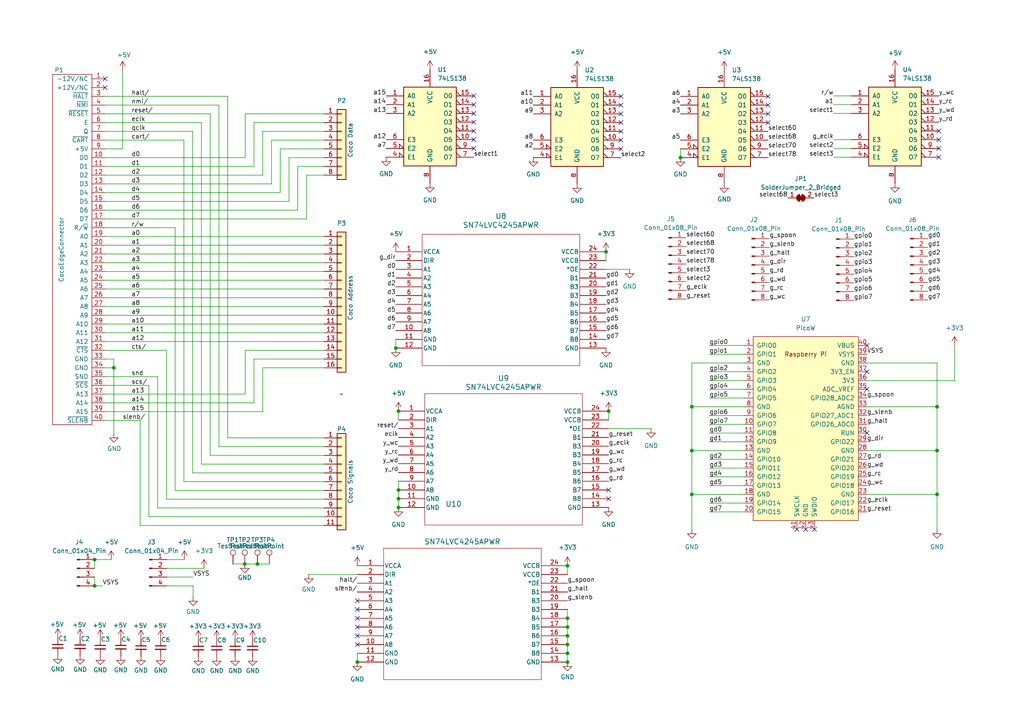
<source format=kicad_sch>
(kicad_sch (version 20230121) (generator eeschema)
  (paper "A4")
  (title_block (title "COPICO Bonobo") (date "2025-01-02") (rev "2.2") (company "github strickyak copico-bonobo") (comment 1 "Henry Strickland") (comment 2 "Thomas Shanks"))
  (lib_symbols
    (symbol "2024-12-31_21-13-00:SN74LVC4245APWR" (pin_names (offset 0.254))
      (property "Reference" "U" (at 30.48 10.16 0))
      (property "Value" "SN74LVC4245APWR" (at 30.48 7.62 0))
      (symbol "SN74LVC4245APWR_0_1"
        (pin power_in line (at 0 0 0) (length 7.62) (name "VCCA") (number "1"))
        (pin bidirectional line (at 0 -22.86 0) (length 7.62) (name "A8") (number "10"))
        (pin power_in line (at 0 -25.4 0) (length 7.62) (name "GND") (number "11"))
        (pin power_in line (at 0 -27.94 0) (length 7.62) (name "GND") (number "12"))
        (pin power_in line (at 60.96 -27.94 180) (length 7.62) (name "GND") (number "13"))
        (pin bidirectional line (at 60.96 -25.4 180) (length 7.62) (name "B8") (number "14"))
        (pin bidirectional line (at 60.96 -22.86 180) (length 7.62) (name "B7") (number "15"))
        (pin bidirectional line (at 60.96 -20.32 180) (length 7.62) (name "B6") (number "16"))
        (pin bidirectional line (at 60.96 -17.78 180) (length 7.62) (name "B5") (number "17"))
        (pin bidirectional line (at 60.96 -15.24 180) (length 7.62) (name "B4") (number "18"))
        (pin bidirectional line (at 60.96 -12.7 180) (length 7.62) (name "B3") (number "19"))
        (pin input line (at 0 -2.54 0) (length 7.62) (name "DIR") (number "2"))
        (pin bidirectional line (at 60.96 -10.16 180) (length 7.62) (name "B3") (number "20"))
        (pin bidirectional line (at 60.96 -7.62 180) (length 7.62) (name "B1") (number "21"))
        (pin input line (at 60.96 -5.08 180) (length 7.62) (name "*OE") (number "22"))
        (pin power_in line (at 60.96 -2.54 180) (length 7.62) (name "VCCB") (number "23"))
        (pin power_in line (at 60.96 0 180) (length 7.62) (name "VCCB") (number "24"))
        (pin bidirectional line (at 0 -5.08 0) (length 7.62) (name "A1") (number "3"))
        (pin bidirectional line (at 0 -7.62 0) (length 7.62) (name "A2") (number "4"))
        (pin bidirectional line (at 0 -10.16 0) (length 7.62) (name "A3") (number "5"))
        (pin bidirectional line (at 0 -12.7 0) (length 7.62) (name "A4") (number "6"))
        (pin bidirectional line (at 0 -15.24 0) (length 7.62) (name "A5") (number "7"))
        (pin bidirectional line (at 0 -17.78 0) (length 7.62) (name "A6") (number "8"))
        (pin bidirectional line (at 0 -20.32 0) (length 7.62) (name "A7") (number "9"))
      )
    )
    (symbol "74xx:74LS138" (pin_names (offset 1.016))
      (property "Reference" "U" (at -7.62 11.43 0))
      (property "Value" "74LS138" (at -7.62 -13.97 0))
      (symbol "74LS138_1_0"
        (pin input line (at -12.7 7.62 0) (length 5.08) (name "A0") (number "1"))
        (pin output output_low (at 12.7 -5.08 180) (length 5.08) (name "O5") (number "10"))
        (pin output output_low (at 12.7 -2.54 180) (length 5.08) (name "O4") (number "11"))
        (pin output output_low (at 12.7 0 180) (length 5.08) (name "O3") (number "12"))
        (pin output output_low (at 12.7 2.54 180) (length 5.08) (name "O2") (number "13"))
        (pin output output_low (at 12.7 5.08 180) (length 5.08) (name "O1") (number "14"))
        (pin output output_low (at 12.7 7.62 180) (length 5.08) (name "O0") (number "15"))
        (pin power_in line (at 0 15.24 270) (length 5.08) (name "VCC") (number "16"))
        (pin input line (at -12.7 5.08 0) (length 5.08) (name "A1") (number "2"))
        (pin input line (at -12.7 2.54 0) (length 5.08) (name "A2") (number "3"))
        (pin input input_low (at -12.7 -10.16 0) (length 5.08) (name "E1") (number "4"))
        (pin input input_low (at -12.7 -7.62 0) (length 5.08) (name "E2") (number "5"))
        (pin input line (at -12.7 -5.08 0) (length 5.08) (name "E3") (number "6"))
        (pin output output_low (at 12.7 -10.16 180) (length 5.08) (name "O7") (number "7"))
        (pin power_in line (at 0 -17.78 90) (length 5.08) (name "GND") (number "8"))
        (pin output output_low (at 12.7 -7.62 180) (length 5.08) (name "O6") (number "9"))
      )
    )
    (symbol "Connector:Conn_01x04_Pin" (pin_names (offset 1.016) hide)
      (property "Reference" "J" (at 0 5.08 0))
      (property "Value" "Conn_01x04_Pin" (at 0 -7.62 0))
      (symbol "Conn_01x04_Pin_1_1"
        (pin passive line (at 5.08 2.54 180) (length 3.81) (name "Pin_1") (number "1"))
        (pin passive line (at 5.08 0 180) (length 3.81) (name "Pin_2") (number "2"))
        (pin passive line (at 5.08 -2.54 180) (length 3.81) (name "Pin_3") (number "3"))
        (pin passive line (at 5.08 -5.08 180) (length 3.81) (name "Pin_4") (number "4"))
      )
    )
    (symbol "Connector:Conn_01x08_Pin" (pin_names (offset 1.016) hide)
      (property "Reference" "J" (at 0 10.16 0))
      (property "Value" "Conn_01x08_Pin" (at 0 -12.7 0))
      (symbol "Conn_01x08_Pin_1_1"
        (pin passive line (at 5.08 7.62 180) (length 3.81) (name "Pin_1") (number "1"))
        (pin passive line (at 5.08 5.08 180) (length 3.81) (name "Pin_2") (number "2"))
        (pin passive line (at 5.08 2.54 180) (length 3.81) (name "Pin_3") (number "3"))
        (pin passive line (at 5.08 0 180) (length 3.81) (name "Pin_4") (number "4"))
        (pin passive line (at 5.08 -2.54 180) (length 3.81) (name "Pin_5") (number "5"))
        (pin passive line (at 5.08 -5.08 180) (length 3.81) (name "Pin_6") (number "6"))
        (pin passive line (at 5.08 -7.62 180) (length 3.81) (name "Pin_7") (number "7"))
        (pin passive line (at 5.08 -10.16 180) (length 3.81) (name "Pin_8") (number "8"))
      )
    )
    (symbol "Connector:TestPoint" (pin_numbers hide) (pin_names (offset 0.762) hide)
      (property "Reference" "TP" (at 0 6.858 0))
      (property "Value" "TestPoint" (at 0 5.08 0))
      (symbol "TestPoint_1_1"
        (pin passive line (at 0 0 90) (length 2.54) (name "1") (number "1"))
      )
    )
    (symbol "Connector_Generic:Conn_01x08" (pin_names (offset 1.016) hide)
      (property "Reference" "J" (at 0 10.16 0))
      (property "Value" "Conn_01x08" (at 0 -12.7 0))
      (symbol "Conn_01x08_1_1"
        (pin passive line (at -5.08 7.62 0) (length 3.81) (name "Pin_1") (number "1"))
        (pin passive line (at -5.08 5.08 0) (length 3.81) (name "Pin_2") (number "2"))
        (pin passive line (at -5.08 2.54 0) (length 3.81) (name "Pin_3") (number "3"))
        (pin passive line (at -5.08 0 0) (length 3.81) (name "Pin_4") (number "4"))
        (pin passive line (at -5.08 -2.54 0) (length 3.81) (name "Pin_5") (number "5"))
        (pin passive line (at -5.08 -5.08 0) (length 3.81) (name "Pin_6") (number "6"))
        (pin passive line (at -5.08 -7.62 0) (length 3.81) (name "Pin_7") (number "7"))
        (pin passive line (at -5.08 -10.16 0) (length 3.81) (name "Pin_8") (number "8"))
      )
    )
    (symbol "Connector_Generic:Conn_01x11" (pin_names (offset 1.016) hide)
      (property "Reference" "J" (at 0 15.24 0))
      (property "Value" "Conn_01x11" (at 0 -15.24 0))
      (symbol "Conn_01x11_1_1"
        (pin passive line (at -5.08 12.7 0) (length 3.81) (name "Pin_1") (number "1"))
        (pin passive line (at -5.08 -10.16 0) (length 3.81) (name "Pin_10") (number "10"))
        (pin passive line (at -5.08 -12.7 0) (length 3.81) (name "Pin_11") (number "11"))
        (pin passive line (at -5.08 10.16 0) (length 3.81) (name "Pin_2") (number "2"))
        (pin passive line (at -5.08 7.62 0) (length 3.81) (name "Pin_3") (number "3"))
        (pin passive line (at -5.08 5.08 0) (length 3.81) (name "Pin_4") (number "4"))
        (pin passive line (at -5.08 2.54 0) (length 3.81) (name "Pin_5") (number "5"))
        (pin passive line (at -5.08 0 0) (length 3.81) (name "Pin_6") (number "6"))
        (pin passive line (at -5.08 -2.54 0) (length 3.81) (name "Pin_7") (number "7"))
        (pin passive line (at -5.08 -5.08 0) (length 3.81) (name "Pin_8") (number "8"))
        (pin passive line (at -5.08 -7.62 0) (length 3.81) (name "Pin_9") (number "9"))
      )
    )
    (symbol "Connector_Generic:Conn_01x16" (pin_names (offset 1.016) hide)
      (property "Reference" "J" (at 0 20.32 0))
      (property "Value" "Conn_01x16" (at 0 -22.86 0))
      (symbol "Conn_01x16_1_1"
        (pin passive line (at -5.08 17.78 0) (length 3.81) (name "Pin_1") (number "1"))
        (pin passive line (at -5.08 -5.08 0) (length 3.81) (name "Pin_10") (number "10"))
        (pin passive line (at -5.08 -7.62 0) (length 3.81) (name "Pin_11") (number "11"))
        (pin passive line (at -5.08 -10.16 0) (length 3.81) (name "Pin_12") (number "12"))
        (pin passive line (at -5.08 -12.7 0) (length 3.81) (name "Pin_13") (number "13"))
        (pin passive line (at -5.08 -15.24 0) (length 3.81) (name "Pin_14") (number "14"))
        (pin passive line (at -5.08 -17.78 0) (length 3.81) (name "Pin_15") (number "15"))
        (pin passive line (at -5.08 -20.32 0) (length 3.81) (name "Pin_16") (number "16"))
        (pin passive line (at -5.08 15.24 0) (length 3.81) (name "Pin_2") (number "2"))
        (pin passive line (at -5.08 12.7 0) (length 3.81) (name "Pin_3") (number "3"))
        (pin passive line (at -5.08 10.16 0) (length 3.81) (name "Pin_4") (number "4"))
        (pin passive line (at -5.08 7.62 0) (length 3.81) (name "Pin_5") (number "5"))
        (pin passive line (at -5.08 5.08 0) (length 3.81) (name "Pin_6") (number "6"))
        (pin passive line (at -5.08 2.54 0) (length 3.81) (name "Pin_7") (number "7"))
        (pin passive line (at -5.08 0 0) (length 3.81) (name "Pin_8") (number "8"))
        (pin passive line (at -5.08 -2.54 0) (length 3.81) (name "Pin_9") (number "9"))
      )
    )
    (symbol "Device:C_Small" (pin_numbers hide) (pin_names (offset 0.254) hide)
      (property "Reference" "C" (at 0.254 1.778 0))
      (property "Value" "C_Small" (at 0.254 -2.032 0))
      (symbol "C_Small_1_1"
        (pin passive line (at 0 2.54 270) (length 2.032) (name "~") (number "1"))
        (pin passive line (at 0 -2.54 90) (length 2.032) (name "~") (number "2"))
      )
    )
    (symbol "Jumper:SolderJumper_2_Bridged" (pin_names (offset 0) hide)
      (property "Reference" "JP" (at 0 2.032 0))
      (property "Value" "SolderJumper_2_Bridged" (at 0 -2.54 0))
      (symbol "SolderJumper_2_Bridged_1_1"
        (pin passive line (at -3.81 0 0) (length 2.54) (name "A") (number "1"))
        (pin passive line (at 3.81 0 180) (length 2.54) (name "B") (number "2"))
      )
    )
    (symbol "dippy:PicoW" (pin_names (offset 1.016))
      (property "Reference" "U" (at -13.97 27.94 0))
      (property "Value" "PicoW" (at 0 19.05 0))
      (symbol "PicoW_0_0"
        (text "Raspberry Pi" (at 0 21.59 0) (effects (font (size 1.27 1.27))))
      )
      (symbol "PicoW_1_1"
        (pin bidirectional line (at -17.78 24.13 0) (length 2.54) (name "GPIO0") (number "1"))
        (pin bidirectional line (at -17.78 1.27 0) (length 2.54) (name "GPIO7") (number "10"))
        (pin bidirectional line (at -17.78 -1.27 0) (length 2.54) (name "GPIO8") (number "11"))
        (pin bidirectional line (at -17.78 -3.81 0) (length 2.54) (name "GPIO9") (number "12"))
        (pin power_in line (at -17.78 -6.35 0) (length 2.54) (name "GND") (number "13"))
        (pin bidirectional line (at -17.78 -8.89 0) (length 2.54) (name "GPIO10") (number "14"))
        (pin bidirectional line (at -17.78 -11.43 0) (length 2.54) (name "GPIO11") (number "15"))
        (pin bidirectional line (at -17.78 -13.97 0) (length 2.54) (name "GPIO12") (number "16"))
        (pin bidirectional line (at -17.78 -16.51 0) (length 2.54) (name "GPIO13") (number "17"))
        (pin power_in line (at -17.78 -19.05 0) (length 2.54) (name "GND") (number "18"))
        (pin bidirectional line (at -17.78 -21.59 0) (length 2.54) (name "GPIO14") (number "19"))
        (pin bidirectional line (at -17.78 21.59 0) (length 2.54) (name "GPIO1") (number "2"))
        (pin bidirectional line (at -17.78 -24.13 0) (length 2.54) (name "GPIO15") (number "20"))
        (pin bidirectional line (at 17.78 -24.13 180) (length 2.54) (name "GPIO16") (number "21"))
        (pin bidirectional line (at 17.78 -21.59 180) (length 2.54) (name "GPIO17") (number "22"))
        (pin power_in line (at 17.78 -19.05 180) (length 2.54) (name "GND") (number "23"))
        (pin bidirectional line (at 17.78 -16.51 180) (length 2.54) (name "GPIO18") (number "24"))
        (pin bidirectional line (at 17.78 -13.97 180) (length 2.54) (name "GPIO19") (number "25"))
        (pin bidirectional line (at 17.78 -11.43 180) (length 2.54) (name "GPIO20") (number "26"))
        (pin bidirectional line (at 17.78 -8.89 180) (length 2.54) (name "GPIO21") (number "27"))
        (pin power_in line (at 17.78 -6.35 180) (length 2.54) (name "GND") (number "28"))
        (pin bidirectional line (at 17.78 -3.81 180) (length 2.54) (name "GPIO22") (number "29"))
        (pin power_in line (at -17.78 19.05 0) (length 2.54) (name "GND") (number "3"))
        (pin input line (at 17.78 -1.27 180) (length 2.54) (name "RUN") (number "30"))
        (pin bidirectional line (at 17.78 1.27 180) (length 2.54) (name "GPIO26_ADC0") (number "31"))
        (pin bidirectional line (at 17.78 3.81 180) (length 2.54) (name "GPIO27_ADC1") (number "32"))
        (pin power_in line (at 17.78 6.35 180) (length 2.54) (name "AGND") (number "33"))
        (pin bidirectional line (at 17.78 8.89 180) (length 2.54) (name "GPIO28_ADC2") (number "34"))
        (pin unspecified line (at 17.78 11.43 180) (length 2.54) (name "ADC_VREF") (number "35"))
        (pin unspecified line (at 17.78 13.97 180) (length 2.54) (name "3V3") (number "36"))
        (pin input line (at 17.78 16.51 180) (length 2.54) (name "3V3_EN") (number "37"))
        (pin bidirectional line (at 17.78 19.05 180) (length 2.54) (name "GND") (number "38"))
        (pin unspecified line (at 17.78 21.59 180) (length 2.54) (name "VSYS") (number "39"))
        (pin bidirectional line (at -17.78 16.51 0) (length 2.54) (name "GPIO2") (number "4"))
        (pin unspecified line (at 17.78 24.13 180) (length 2.54) (name "VBUS") (number "40"))
        (pin input line (at -2.54 -29.21 90) (length 2.54) (name "SWCLK") (number "41"))
        (pin power_in line (at 0 -29.21 90) (length 2.54) (name "GND") (number "42"))
        (pin bidirectional line (at 2.54 -29.21 90) (length 2.54) (name "SWDIO") (number "43"))
        (pin bidirectional line (at -17.78 13.97 0) (length 2.54) (name "GPIO3") (number "5"))
        (pin bidirectional line (at -17.78 11.43 0) (length 2.54) (name "GPIO4") (number "6"))
        (pin bidirectional line (at -17.78 8.89 0) (length 2.54) (name "GPIO5") (number "7"))
        (pin power_in line (at -17.78 6.35 0) (length 2.54) (name "GND") (number "8"))
        (pin bidirectional line (at -17.78 3.81 0) (length 2.54) (name "GPIO6") (number "9"))
      )
    )
    (symbol "power:+3V3" (power) (pin_names (offset 0))
      (property "Value" "+3V3" (at 0 3.556 0))
      (symbol "+3V3_1_1"
        (pin power_in line (at 0 0 90) (length 0) hide (name "+3V3") (number "1"))
      )
    )
    (symbol "power:+5V" (power) (pin_names (offset 0))
      (property "Value" "+5V" (at 0 3.556 0))
      (symbol "+5V_1_1"
        (pin power_in line (at 0 0 90) (length 0) hide (name "+5V") (number "1"))
      )
    )
    (symbol "power:GND" (power) (pin_names (offset 0))
      (property "Value" "GND" (at 0 -3.81 0))
      (symbol "GND_1_1"
        (pin power_in line (at 0 0 270) (length 0) hide (name "GND") (number "1"))
      )
    )
    (symbol "spoon2-rescue:COCO_EDGE_CONNECTOR-00_Custom" (pin_names (offset 1.016))
      (property "Reference" "P" (at -3.175 52.07 0))
      (property "Value" "00_Custom_COCO_EDGE_CONNECTOR" (at -2.54 0 90))
      (symbol "COCO_EDGE_CONNECTOR-00_Custom_1_1"
        (pin power_out line (at 10.16 49.53 180) (length 3.81) (name "-12V/NC") (number "1"))
        (pin passive line (at 10.16 26.67 180) (length 3.81) (name "D0") (number "10"))
        (pin passive line (at 10.16 24.13 180) (length 3.81) (name "D1") (number "11"))
        (pin passive line (at 10.16 21.59 180) (length 3.81) (name "D2") (number "12"))
        (pin passive line (at 10.16 19.05 180) (length 3.81) (name "D3") (number "13"))
        (pin passive line (at 10.16 16.51 180) (length 3.81) (name "D4") (number "14"))
        (pin passive line (at 10.16 13.97 180) (length 3.81) (name "D5") (number "15"))
        (pin passive line (at 10.16 11.43 180) (length 3.81) (name "D6") (number "16"))
        (pin passive line (at 10.16 8.89 180) (length 3.81) (name "D7") (number "17"))
        (pin passive line (at 10.16 6.35 180) (length 3.81) (name "R/~{W}") (number "18"))
        (pin passive line (at 10.16 3.81 180) (length 3.81) (name "A0") (number "19"))
        (pin power_out line (at 10.16 46.99 180) (length 3.81) (name "+12V/NC") (number "2"))
        (pin passive line (at 10.16 1.27 180) (length 3.81) (name "A1") (number "20"))
        (pin passive line (at 10.16 -1.27 180) (length 3.81) (name "A2") (number "21"))
        (pin passive line (at 10.16 -3.81 180) (length 3.81) (name "A3") (number "22"))
        (pin passive line (at 10.16 -6.35 180) (length 3.81) (name "A4") (number "23"))
        (pin passive line (at 10.16 -8.89 180) (length 3.81) (name "A5") (number "24"))
        (pin passive line (at 10.16 -11.43 180) (length 3.81) (name "A6") (number "25"))
        (pin passive line (at 10.16 -13.97 180) (length 3.81) (name "A7") (number "26"))
        (pin passive line (at 10.16 -16.51 180) (length 3.81) (name "A8") (number "27"))
        (pin passive line (at 10.16 -19.05 180) (length 3.81) (name "A9") (number "28"))
        (pin passive line (at 10.16 -21.59 180) (length 3.81) (name "A10") (number "29"))
        (pin passive line (at 10.16 44.45 180) (length 3.81) (name "~{HALT}") (number "3"))
        (pin passive line (at 10.16 -24.13 180) (length 3.81) (name "A11") (number "30"))
        (pin passive line (at 10.16 -26.67 180) (length 3.81) (name "A12") (number "31"))
        (pin passive line (at 10.16 -29.21 180) (length 3.81) (name "~{CTS}") (number "32"))
        (pin power_out line (at 10.16 -31.75 180) (length 3.81) (name "GND") (number "33"))
        (pin power_in line (at 10.16 -34.29 180) (length 3.81) (name "GND") (number "34"))
        (pin passive line (at 10.16 -36.83 180) (length 3.81) (name "SND") (number "35"))
        (pin passive line (at 10.16 -39.37 180) (length 3.81) (name "~{SCS}") (number "36"))
        (pin passive line (at 10.16 -41.91 180) (length 3.81) (name "A13") (number "37"))
        (pin passive line (at 10.16 -44.45 180) (length 3.81) (name "A14") (number "38"))
        (pin passive line (at 10.16 -46.99 180) (length 3.81) (name "A15") (number "39"))
        (pin passive line (at 10.16 41.91 180) (length 3.81) (name "~{NMI}") (number "4"))
        (pin passive line (at 10.16 -49.53 180) (length 3.81) (name "~{SLENB}") (number "40"))
        (pin passive line (at 10.16 39.37 180) (length 3.81) (name "~{RESET}") (number "5"))
        (pin passive line (at 10.16 36.83 180) (length 3.81) (name "E") (number "6"))
        (pin passive line (at 10.16 34.29 180) (length 3.81) (name "Q") (number "7"))
        (pin passive line (at 10.16 31.75 180) (length 3.81) (name "~{CART}") (number "8"))
        (pin power_out line (at 10.16 29.21 180) (length 3.81) (name "+5V") (number "9"))
      )
    )
  )
  (junction (at 70.993 163.576))
  (junction (at 115.57 119.253))
  (junction (at 200.66 143.383))
  (junction (at 103.632 192.024))
  (junction (at 164.592 192.024))
  (junction (at 164.592 184.404))
  (junction (at 271.78 117.983))
  (junction (at 164.592 189.484))
  (junction (at 197.358 45.72))
  (junction (at 164.592 164.084))
  (junction (at 115.57 144.653))
  (junction (at 164.592 186.944))
  (junction (at 27.432 169.926))
  (junction (at 114.808 100.965))
  (junction (at 164.592 179.324))
  (junction (at 176.53 119.253))
  (junction (at 74.676 163.576))
  (junction (at 200.66 130.683))
  (junction (at 33.02 106.68))
  (junction (at 200.66 117.983))
  (junction (at 164.592 181.864))
  (junction (at 27.432 162.306))
  (junction (at 175.768 73.025))
  (junction (at 115.57 142.113))
  (junction (at 271.78 130.683))
  (junction (at 271.78 143.383))
  (junction (at 115.57 147.193))
  (no_connect (at 231.14 153.543))
  (no_connect (at 103.632 176.784))
  (no_connect (at 137.414 43.053))
  (no_connect (at 137.414 37.973))
  (no_connect (at 137.414 40.513))
  (no_connect (at 180.086 43.18))
  (no_connect (at 176.53 142.113))
  (no_connect (at 176.53 144.653))
  (no_connect (at 103.632 184.404))
  (no_connect (at 251.46 125.603))
  (no_connect (at 103.632 181.864))
  (no_connect (at 180.086 33.02))
  (no_connect (at 222.758 27.94))
  (no_connect (at 222.758 33.02))
  (no_connect (at 180.086 38.1))
  (no_connect (at 180.086 35.56))
  (no_connect (at 137.414 30.353))
  (no_connect (at 272.288 45.593))
  (no_connect (at 236.22 153.543))
  (no_connect (at 103.632 174.244))
  (no_connect (at 272.288 40.513))
  (no_connect (at 251.46 100.203))
  (no_connect (at 272.288 37.973))
  (no_connect (at 30.48 22.86))
  (no_connect (at 180.086 27.94))
  (no_connect (at 30.48 25.4))
  (no_connect (at 103.632 186.944))
  (no_connect (at 222.758 35.56))
  (no_connect (at 137.414 35.433))
  (no_connect (at 103.632 179.324))
  (no_connect (at 137.414 32.893))
  (no_connect (at 272.288 43.053))
  (no_connect (at 222.758 30.48))
  (no_connect (at 180.086 40.64))
  (no_connect (at 180.086 30.48))
  (no_connect (at 137.414 27.813))
  (no_connect (at 251.46 107.823))
  (no_connect (at 233.68 153.543))
  (no_connect (at 251.46 112.903))
  (wire (pts (xy 71.12 114.3) (xy 71.12 101.6)))
  (wire (pts (xy 241.808 27.813) (xy 246.888 27.813)))
  (wire (pts (xy 30.48 45.72) (xy 71.12 45.72)))
  (wire (pts (xy 175.768 73.025) (xy 175.768 75.565)))
  (wire (pts (xy 164.592 164.084) (xy 164.592 166.624)))
  (wire (pts (xy 205.74 110.363) (xy 215.9 110.363)))
  (wire (pts (xy 164.592 186.944) (xy 164.592 189.484)))
  (wire (pts (xy 33.02 106.68) (xy 30.48 106.68)))
  (wire (pts (xy 251.46 143.383) (xy 271.78 143.383)))
  (wire (pts (xy 30.48 104.14) (xy 33.02 104.14)))
  (wire (pts (xy 27.432 169.926) (xy 29.718 169.926)))
  (wire (pts (xy 30.48 53.34) (xy 78.74 53.34)))
  (wire (pts (xy 70.993 163.576) (xy 74.676 163.576)))
  (wire (pts (xy 58.42 134.62) (xy 58.42 35.56)))
  (wire (pts (xy 205.74 100.203) (xy 215.9 100.203)))
  (wire (pts (xy 251.46 110.363) (xy 276.86 110.363)))
  (wire (pts (xy 251.46 130.683) (xy 271.78 130.683)))
  (wire (pts (xy 200.66 117.983) (xy 200.66 130.683)))
  (wire (pts (xy 48.26 144.78) (xy 48.26 101.6)))
  (wire (pts (xy 205.74 133.223) (xy 215.9 133.223)))
  (wire (pts (xy 205.74 145.923) (xy 215.9 145.923)))
  (wire (pts (xy 115.57 142.113) (xy 115.57 144.653)))
  (wire (pts (xy 93.98 88.9) (xy 30.48 88.9)))
  (wire (pts (xy 33.02 106.68) (xy 33.02 125.73)))
  (wire (pts (xy 176.53 124.333) (xy 188.849 124.333)))
  (wire (pts (xy 60.96 33.02) (xy 60.96 132.08)))
  (wire (pts (xy 30.48 43.18) (xy 35.56 43.18)))
  (wire (pts (xy 241.808 32.893) (xy 246.888 32.893)))
  (wire (pts (xy 205.74 138.303) (xy 215.9 138.303)))
  (wire (pts (xy 81.28 55.88) (xy 81.28 43.18)))
  (wire (pts (xy 88.9 50.8) (xy 93.98 50.8)))
  (wire (pts (xy 40.64 152.4) (xy 93.98 152.4)))
  (wire (pts (xy 76.2 38.1) (xy 93.98 38.1)))
  (wire (pts (xy 74.676 163.576) (xy 78.105 163.576)))
  (wire (pts (xy 271.78 130.683) (xy 271.78 143.383)))
  (wire (pts (xy 60.96 132.08) (xy 93.98 132.08)))
  (wire (pts (xy 30.48 93.98) (xy 93.98 93.98)))
  (wire (pts (xy 175.768 78.105) (xy 182.626 78.105)))
  (wire (pts (xy 55.88 38.1) (xy 55.88 137.16)))
  (wire (pts (xy 63.5 30.48) (xy 63.5 129.54)))
  (wire (pts (xy 164.592 181.864) (xy 164.592 184.404)))
  (wire (pts (xy 115.57 139.573) (xy 115.57 142.113)))
  (wire (pts (xy 43.18 111.76) (xy 30.48 111.76)))
  (wire (pts (xy 48.26 101.6) (xy 30.48 101.6)))
  (wire (pts (xy 81.28 43.18) (xy 93.98 43.18)))
  (wire (pts (xy 200.66 130.683) (xy 215.9 130.683)))
  (wire (pts (xy 164.592 184.404) (xy 164.592 186.944)))
  (wire (pts (xy 176.53 119.253) (xy 176.53 121.793)))
  (wire (pts (xy 200.66 143.383) (xy 215.9 143.383)))
  (wire (pts (xy 86.36 48.26) (xy 93.98 48.26)))
  (wire (pts (xy 53.34 139.7) (xy 53.34 40.64)))
  (wire (pts (xy 115.57 144.653) (xy 115.57 147.193)))
  (wire (pts (xy 30.48 91.44) (xy 93.98 91.44)))
  (wire (pts (xy 30.48 81.28) (xy 93.98 81.28)))
  (wire (pts (xy 205.74 135.763) (xy 215.9 135.763)))
  (wire (pts (xy 164.592 179.324) (xy 164.592 181.864)))
  (wire (pts (xy 53.34 40.64) (xy 30.48 40.64)))
  (wire (pts (xy 30.48 48.26) (xy 73.66 48.26)))
  (wire (pts (xy 103.632 189.484) (xy 103.632 192.024)))
  (wire (pts (xy 73.66 35.56) (xy 93.98 35.56)))
  (wire (pts (xy 48.387 169.926) (xy 56.007 169.926)))
  (wire (pts (xy 205.74 125.603) (xy 215.9 125.603)))
  (wire (pts (xy 30.48 63.5) (xy 88.9 63.5)))
  (wire (pts (xy 205.74 107.823) (xy 215.9 107.823)))
  (wire (pts (xy 58.42 35.56) (xy 30.48 35.56)))
  (wire (pts (xy 78.74 40.64) (xy 93.98 40.64)))
  (wire (pts (xy 205.74 120.523) (xy 215.9 120.523)))
  (wire (pts (xy 114.808 98.425) (xy 114.808 100.965)))
  (wire (pts (xy 205.74 112.903) (xy 215.9 112.903)))
  (wire (pts (xy 45.72 147.32) (xy 93.98 147.32)))
  (wire (pts (xy 66.04 27.94) (xy 66.04 127)))
  (wire (pts (xy 71.12 45.72) (xy 71.12 33.02)))
  (wire (pts (xy 71.12 101.6) (xy 93.98 101.6)))
  (wire (pts (xy 30.48 33.02) (xy 60.96 33.02)))
  (wire (pts (xy 56.007 169.926) (xy 56.007 173.101)))
  (wire (pts (xy 93.98 76.2) (xy 30.48 76.2)))
  (wire (pts (xy 50.8 66.04) (xy 50.8 142.24)))
  (wire (pts (xy 30.48 55.88) (xy 81.28 55.88)))
  (wire (pts (xy 93.98 78.74) (xy 30.48 78.74)))
  (wire (pts (xy 200.66 117.983) (xy 215.9 117.983)))
  (wire (pts (xy 30.48 114.3) (xy 71.12 114.3)))
  (wire (pts (xy 55.88 137.16) (xy 93.98 137.16)))
  (wire (pts (xy 93.98 134.62) (xy 58.42 134.62)))
  (wire (pts (xy 30.48 30.48) (xy 63.5 30.48)))
  (wire (pts (xy 27.432 167.386) (xy 27.432 169.926)))
  (wire (pts (xy 271.78 117.983) (xy 271.78 130.683)))
  (wire (pts (xy 30.48 27.94) (xy 66.04 27.94)))
  (wire (pts (xy 45.72 109.22) (xy 45.72 147.32)))
  (wire (pts (xy 30.48 86.36) (xy 93.98 86.36)))
  (wire (pts (xy 276.86 100.203) (xy 276.86 110.363)))
  (wire (pts (xy 30.48 121.92) (xy 40.64 121.92)))
  (wire (pts (xy 251.46 105.283) (xy 271.78 105.283)))
  (wire (pts (xy 73.66 104.14) (xy 73.66 116.84)))
  (wire (pts (xy 63.5 129.54) (xy 93.98 129.54)))
  (wire (pts (xy 205.74 123.063) (xy 215.9 123.063)))
  (wire (pts (xy 27.432 162.306) (xy 32.258 162.306)))
  (wire (pts (xy 164.592 189.484) (xy 164.592 192.024)))
  (wire (pts (xy 93.98 96.52) (xy 30.48 96.52)))
  (wire (pts (xy 83.82 45.72) (xy 93.98 45.72)))
  (wire (pts (xy 30.48 66.04) (xy 50.8 66.04)))
  (wire (pts (xy 73.66 104.14) (xy 93.98 104.14)))
  (wire (pts (xy 27.432 162.306) (xy 27.432 164.846)))
  (wire (pts (xy 30.48 99.06) (xy 93.98 99.06)))
  (wire (pts (xy 88.9 63.5) (xy 88.9 50.8)))
  (wire (pts (xy 50.8 142.24) (xy 93.98 142.24)))
  (wire (pts (xy 205.74 102.743) (xy 215.9 102.743)))
  (wire (pts (xy 30.48 73.66) (xy 93.98 73.66)))
  (wire (pts (xy 271.78 105.283) (xy 271.78 117.983)))
  (wire (pts (xy 78.74 53.34) (xy 78.74 40.64)))
  (wire (pts (xy 71.12 33.02) (xy 93.98 33.02)))
  (wire (pts (xy 76.2 50.8) (xy 76.2 38.1)))
  (wire (pts (xy 205.74 148.463) (xy 215.9 148.463)))
  (wire (pts (xy 48.387 167.386) (xy 56.007 167.386)))
  (wire (pts (xy 76.2 106.68) (xy 76.2 119.38)))
  (wire (pts (xy 30.48 38.1) (xy 55.88 38.1)))
  (wire (pts (xy 241.808 45.593) (xy 246.888 45.593)))
  (wire (pts (xy 93.98 144.78) (xy 48.26 144.78)))
  (wire (pts (xy 89.535 166.624) (xy 103.632 166.624)))
  (wire (pts (xy 30.48 58.42) (xy 83.82 58.42)))
  (wire (pts (xy 86.36 60.96) (xy 86.36 48.26)))
  (wire (pts (xy 35.56 43.18) (xy 35.56 20.32)))
  (wire (pts (xy 205.74 115.443) (xy 215.9 115.443)))
  (wire (pts (xy 83.82 58.42) (xy 83.82 45.72)))
  (wire (pts (xy 30.48 50.8) (xy 76.2 50.8)))
  (wire (pts (xy 93.98 83.82) (xy 30.48 83.82)))
  (wire (pts (xy 200.66 105.283) (xy 200.66 117.983)))
  (wire (pts (xy 30.48 109.22) (xy 45.72 109.22)))
  (wire (pts (xy 271.78 143.383) (xy 271.78 153.543)))
  (wire (pts (xy 66.04 127) (xy 93.98 127)))
  (wire (pts (xy 241.808 40.513) (xy 246.888 40.513)))
  (wire (pts (xy 241.808 43.053) (xy 246.888 43.053)))
  (wire (pts (xy 67.564 163.576) (xy 70.993 163.576)))
  (wire (pts (xy 197.358 43.18) (xy 197.358 45.72)))
  (wire (pts (xy 200.66 130.683) (xy 200.66 143.383)))
  (wire (pts (xy 205.74 128.143) (xy 215.9 128.143)))
  (wire (pts (xy 115.57 119.253) (xy 115.57 121.793)))
  (wire (pts (xy 43.18 149.86) (xy 43.18 111.76)))
  (wire (pts (xy 30.48 60.96) (xy 86.36 60.96)))
  (wire (pts (xy 40.64 121.92) (xy 40.64 152.4)))
  (wire (pts (xy 30.48 71.12) (xy 93.98 71.12)))
  (wire (pts (xy 33.02 104.14) (xy 33.02 106.68)))
  (wire (pts (xy 48.387 164.846) (xy 59.182 164.846)))
  (wire (pts (xy 93.98 106.68) (xy 76.2 106.68)))
  (wire (pts (xy 241.808 30.353) (xy 246.888 30.353)))
  (wire (pts (xy 200.66 105.283) (xy 215.9 105.283)))
  (wire (pts (xy 73.66 48.26) (xy 73.66 35.56)))
  (wire (pts (xy 48.387 162.306) (xy 53.467 162.306)))
  (wire (pts (xy 164.592 176.784) (xy 164.592 179.324)))
  (wire (pts (xy 93.98 68.58) (xy 30.48 68.58)))
  (wire (pts (xy 76.2 119.38) (xy 30.48 119.38)))
  (wire (pts (xy 73.66 116.84) (xy 30.48 116.84)))
  (wire (pts (xy 205.74 140.843) (xy 215.9 140.843)))
  (wire (pts (xy 93.98 139.7) (xy 53.34 139.7)))
  (wire (pts (xy 251.46 117.983) (xy 271.78 117.983)))
  (wire (pts (xy 200.66 143.383) (xy 200.66 153.543)))
  (wire (pts (xy 93.98 149.86) (xy 43.18 149.86)))
  (label "gd7" (at 205.74 148.463 0))
  (label "g_wd" (at 223.139 81.915 0))
  (label "d5" (at 114.808 90.805 180))
  (label "a11" (at 38.1 96.52 0))
  (label "gd5" (at 175.768 93.345 0))
  (label "select60" (at 222.758 38.1 0))
  (label "g_rd" (at 176.53 139.573 0))
  (label "select2" (at 180.086 45.72 0))
  (label "gd1" (at 205.74 128.143 0))
  (label "g_rc" (at 176.53 134.493 0))
  (label "a10" (at 38.1 93.98 0))
  (label "d1" (at 114.808 80.645 180))
  (label "g_eclk" (at 176.53 129.413 0))
  (label "a13" (at 38.1 114.3 0))
  (label "select3" (at 241.808 45.593 180))
  (label "a7" (at 38.1 86.36 0))
  (label "a8" (at 38.1 88.9 0))
  (label "g_wd" (at 251.46 135.763 0))
  (label "g_spoon" (at 164.592 169.164 0))
  (label "select70" (at 199.009 74.041 0))
  (label "gd3" (at 269.113 76.835 0))
  (label "reset{slash}" (at 115.57 124.333 180))
  (label "g_slenb" (at 164.592 174.244 0))
  (label "d7" (at 38.1 63.5 0))
  (label "snd" (at 38.1 109.22 0))
  (label "reset{slash}" (at 38.1 33.02 0))
  (label "gd3" (at 175.768 88.265 0))
  (label "g_wc" (at 176.53 131.953 0))
  (label "VSYS" (at 251.46 102.743 0))
  (label "gpio4" (at 205.74 112.903 0))
  (label "eclk" (at 115.57 126.873 180))
  (label "gd0" (at 175.768 80.645 0))
  (label "d5" (at 38.1 58.42 0))
  (label "a4" (at 38.1 78.74 0))
  (label "cart{slash}" (at 38.1 40.64 0))
  (label "gd6" (at 269.113 84.455 0))
  (label "a2" (at 38.1 73.66 0))
  (label "a6" (at 197.358 27.94 180))
  (label "d7" (at 114.808 95.885 180))
  (label "y_wc" (at 272.288 27.813 0))
  (label "select68" (at 228.473 57.404 180))
  (label "halt{slash}" (at 38.1 27.94 0))
  (label "g_dir" (at 251.46 128.143 0))
  (label "gpio6" (at 205.74 120.523 0))
  (label "a1" (at 241.808 30.353 180))
  (label "y_rc" (at 115.57 131.953 180))
  (label "select68" (at 222.758 40.64 0))
  (label "select78" (at 199.009 76.581 0))
  (label "gpio2" (at 247.65 74.422 0))
  (label "g_reset" (at 176.53 126.873 0))
  (label "a15" (at 112.014 27.813 180))
  (label "a5" (at 38.1 81.28 0))
  (label "d6" (at 38.1 60.96 0))
  (label "gd2" (at 205.74 133.223 0))
  (label "g_spoon" (at 251.46 115.443 0))
  (label "g_eclk" (at 199.009 84.201 0))
  (label "a10" (at 154.686 30.48 180))
  (label "r{slash}w" (at 38.1 66.04 0))
  (label "gpio7" (at 247.65 87.122 0))
  (label "a14" (at 38.1 116.84 0))
  (label "gd6" (at 175.768 95.885 0))
  (label "select1" (at 137.414 45.593 0))
  (label "a2" (at 154.686 43.18 180))
  (label "d2" (at 38.1 50.8 0))
  (label "select2" (at 199.009 81.661 0))
  (label "halt{slash}" (at 103.632 169.164 180))
  (label "cts{slash}" (at 38.1 101.6 0))
  (label "g_rc" (at 223.139 84.455 0))
  (label "d2" (at 114.808 83.185 180))
  (label "gpio1" (at 205.74 102.743 0))
  (label "a15" (at 38.1 119.38 0))
  (label "g_rd" (at 251.46 133.223 0))
  (label "y_wd" (at 272.288 32.893 0))
  (label "g_wd" (at 176.53 137.033 0))
  (label "d3" (at 38.1 53.34 0))
  (label "g_halt" (at 251.46 123.063 0))
  (label "a3" (at 197.358 33.02 180))
  (label "select1" (at 241.808 32.893 180))
  (label "select3" (at 236.093 57.404 0))
  (label "select68" (at 199.009 71.501 0))
  (label "gd7" (at 269.113 86.995 0))
  (label "select78" (at 222.758 45.72 0))
  (label "VSYS" (at 29.718 169.926 0))
  (label "a13" (at 112.014 32.893 180))
  (label "g_eclk" (at 241.808 40.513 180))
  (label "d4" (at 114.808 88.265 180))
  (label "scs{slash}" (at 38.1 111.76 0))
  (label "a0" (at 38.1 68.58 0))
  (label "g_halt" (at 164.592 171.704 0))
  (label "gpio5" (at 247.65 82.042 0))
  (label "gd6" (at 205.74 145.923 0))
  (label "gpio1" (at 247.65 71.882 0))
  (label "a6" (at 38.1 83.82 0))
  (label "gd4" (at 269.113 79.375 0))
  (label "y_rd" (at 115.57 137.033 180))
  (label "g_halt" (at 223.139 74.295 0))
  (label "g_wc" (at 223.139 86.995 0))
  (label "a1" (at 38.1 71.12 0))
  (label "gpio3" (at 247.65 76.962 0))
  (label "gd1" (at 269.113 71.755 0))
  (label "a3" (at 38.1 76.2 0))
  (label "a11" (at 154.686 27.94 180))
  (label "gpio0" (at 247.65 69.342 0))
  (label "select70" (at 222.758 43.18 0))
  (label "gd7" (at 175.768 98.425 0))
  (label "gd5" (at 269.113 81.915 0))
  (label "g_eclk" (at 251.46 145.923 0))
  (label "gd2" (at 269.113 74.295 0))
  (label "d4" (at 38.1 55.88 0))
  (label "gd0" (at 205.74 125.603 0))
  (label "gpio0" (at 205.74 100.203 0))
  (label "r{slash}w" (at 241.808 27.813 180))
  (label "d0" (at 38.1 45.72 0))
  (label "select3" (at 199.009 79.121 0))
  (label "y_wd" (at 115.57 134.493 180))
  (label "eclk" (at 38.1 35.56 0))
  (label "g_rc" (at 251.46 138.303 0))
  (label "g_slenb" (at 251.46 120.523 0))
  (label "a7" (at 112.014 43.053 180))
  (label "d1" (at 38.1 48.26 0))
  (label "g_spoon" (at 223.139 69.215 0))
  (label "gd3" (at 205.74 135.763 0))
  (label "a9" (at 154.686 33.02 180))
  (label "VSYS" (at 56.007 167.386 0))
  (label "y_wc" (at 115.57 129.413 180))
  (label "nmi{slash}" (at 38.1 30.48 0))
  (label "a9" (at 38.1 91.44 0))
  (label "a5" (at 197.358 40.64 180))
  (label "a12" (at 38.1 99.06 0))
  (label "a14" (at 112.014 30.353 180))
  (label "gpio2" (at 205.74 107.823 0))
  (label "gd4" (at 175.768 90.805 0))
  (label "d6" (at 114.808 93.345 180))
  (label "gd2" (at 175.768 85.725 0))
  (label "gpio5" (at 205.74 115.443 0))
  (label "slenb{slash}" (at 35.56 121.92 0))
  (label "a4" (at 197.358 30.48 180))
  (label "gpio4" (at 247.65 79.502 0))
  (label "a12" (at 112.014 40.513 180))
  (label "gpio3" (at 205.74 110.363 0))
  (label "gd4" (at 205.74 138.303 0))
  (label "d3" (at 114.808 85.725 180))
  (label "d0" (at 114.808 78.105 180))
  (label "g_slenb" (at 223.139 71.755 0))
  (label "a8" (at 154.686 40.64 180))
  (label "y_rc" (at 272.288 30.353 0))
  (label "select60" (at 199.009 68.961 0))
  (label "gpio6" (at 247.65 84.582 0))
  (label "qclk" (at 38.1 38.1 0))
  (label "g_dir" (at 114.808 75.565 180))
  (label "g_dir" (at 223.139 76.835 0))
  (label "g_wc" (at 251.46 140.843 0))
  (label "select2" (at 241.808 43.053 180))
  (label "gd0" (at 269.113 69.215 0))
  (label "gd1" (at 175.768 83.185 0))
  (label "y_rd" (at 272.288 35.433 0))
  (label "g_rd" (at 223.139 79.375 0))
  (label "g_reset" (at 251.46 148.463 0))
  (label "gd5" (at 205.74 140.843 0))
  (label "gpio7" (at 205.74 123.063 0))
  (label "g_reset" (at 199.009 86.741 0))
  (label "slenb{slash}" (at 103.632 171.704 180))
  (symbol (lib_id "spoon2-rescue:COCO_EDGE_CONNECTOR-00_Custom") (at 20.32 72.39 0) (unit 1)
    (property "Reference" "P1" (at 17.145 20.32 0))
    (property "Value" "CocoEdgeConnector" (at 17.78 72.39 90))
    (property "Footprint" "0Titanium:CocoCardEdgeCocoMIDI" (effects hide))
  )
  (symbol (lib_id "Connector_Generic:Conn_01x16") (at 99.06 86.36 0) (unit 1)
    (property "Reference" "P3" (at 99.06 64.77 0))
    (property "Value" "Coco Address" (at 101.6 86.36 90))
    (property "Footprint" "Housings_DIP:DIP-32_W15.24mm" (effects hide))
    (property "Datasheet" "~" (at 99.06 114.3 0))
  )
  (symbol (lib_id "Connector_Generic:Conn_01x08") (at 99.06 40.64 0) (unit 1)
    (property "Reference" "P2" (at 99.06 29.21 0))
    (property "Value" "Coco Data" (at 101.6 40.64 90))
    (property "Footprint" "Housings_DIP:DIP-16_W7.62mm" (effects hide))
    (property "Datasheet" "~" (at 99.06 71.12 0))
  )
  (symbol (lib_id "Connector_Generic:Conn_01x11") (at 99.06 139.7 0) (unit 1)
    (property "Reference" "P4" (at 99.06 124.46 0))
    (property "Value" "Coco Signals" (at 101.6 139.7 90))
    (property "Footprint" "Housings_DIP:DIP-22_W10.16mm" (effects hide))
    (property "Datasheet" "~" (at 99.06 170.18 0))
  )
  (symbol (lib_id "power:GND") (at 33.02 125.73 0) (unit 1)
    (property "Reference" "#PWR0106" (effects hide))
    (property "Value" "GND" (at 33.147 130.1242 0))
  )
  (symbol (lib_id "power:+5V") (at 35.56 20.32 0) (unit 1)
    (property "Reference" "#PWR0102" (effects hide))
    (property "Value" "+5V" (at 35.941 15.9258 0))
  )
  (symbol (lib_id "2024-12-31_21-13-00:SN74LVC4245APWR") (at 114.808 73.025 0) (unit 1)
    (property "Reference" "U8" (at 145.288 62.738 0) (effects (font (size 1.524 1.524))))
    (property "Value" "SN74LVC4245APWR" (at 145.288 65.278 0) (effects (font (size 1.524 1.524))))
    (property "Footprint" "Package_SO:TSSOP-24_4.4x7.8mm_P0.65mm" (effects hide))
    (property "Datasheet" "SN74LVC4245APWR" (effects hide))
  )
  (symbol (lib_id "74xx:74LS138") (at 210.058 35.56 0) (unit 1)
    (property "Reference" "U3" (at 212.2521 20.32 0) (effects (justify left)))
    (property "Value" "74LS138" (at 212.2521 22.86 0) (effects (justify left)))
    (property "Footprint" "Package_SO:SOIC-16_3.9x9.9mm_P1.27mm" (effects hide))
    (property "Datasheet" "http://www.ti.com/lit/gpn/sn74LS138" (effects hide))
  )
  (symbol (lib_id "power:+3V3") (at 59.182 164.846 0) (unit 1)
    (property "Reference" "#PWR036" (effects hide))
    (property "Value" "+3V3" (at 59.182 159.766 0))
  )
  (symbol (lib_id "Device:C_Small") (at 16.764 187.452 0) (unit 1)
    (property "Reference" "C1" (at 16.891 185.166 0) (effects (justify left)))
    (property "Value" "C_Small" (effects hide))
    (property "Footprint" "Capacitor_SMD:C_0402_1005Metric" (effects hide))
  )
  (symbol (lib_id "power:GND") (at 154.686 45.72 0) (unit 1)
    (property "Reference" "#PWR04" (effects hide))
    (property "Value" "GND" (at 154.686 50.546 0))
  )
  (symbol (lib_id "power:+3V3") (at 62.865 185.42 0) (unit 1)
    (property "Reference" "#PWR038" (effects hide))
    (property "Value" "+3V3" (at 62.738 181.61 0))
  )
  (symbol (lib_id "74xx:74LS138") (at 167.386 35.56 0) (unit 1)
    (property "Reference" "U2" (at 169.5801 20.32 0) (effects (justify left)))
    (property "Value" "74LS138" (at 169.5801 22.86 0) (effects (justify left)))
    (property "Footprint" "Package_SO:SOIC-16_3.9x9.9mm_P1.27mm" (effects hide))
    (property "Datasheet" "http://www.ti.com/lit/gpn/sn74LS138" (effects hide))
  )
  (symbol (lib_id "Device:C_Small") (at 40.894 187.833 0) (unit 1)
    (property "Reference" "C5" (at 41.021 185.547 0) (effects (justify left)))
    (property "Value" "C_Small" (effects hide))
    (property "Footprint" "Capacitor_SMD:C_0402_1005Metric" (effects hide))
  )
  (symbol (lib_id "power:+3V3") (at 175.768 73.025 0) (unit 1)
    (property "Reference" "#PWR044" (effects hide))
    (property "Value" "+3V3" (at 175.768 67.818 0))
  )
  (symbol (lib_id "power:GND") (at 62.865 190.5 0) (unit 1)
    (property "Reference" "#PWR039" (effects hide))
    (property "Value" "GND" (at 62.865 194.564 0))
  )
  (symbol (lib_id "power:+5V") (at 16.764 184.912 0) (unit 1)
    (property "Reference" "#PWR016" (effects hide))
    (property "Value" "+5V" (at 16.51 181.102 0))
  )
  (symbol (lib_id "2024-12-31_21-13-00:SN74LVC4245APWR") (at 115.57 119.253 0) (unit 1)
    (property "Reference" "U9" (at 146.05 109.728 0) (effects (font (size 1.524 1.524))))
    (property "Value" "SN74LVC4245APWR" (at 146.05 112.268 0) (effects (font (size 1.524 1.524))))
    (property "Footprint" "Package_SO:TSSOP-24_4.4x7.8mm_P0.65mm" (effects hide))
    (property "Datasheet" "SN74LVC4245APWR" (effects hide))
  )
  (symbol (lib_id "power:GND") (at 70.993 163.576 0) (unit 1)
    (property "Reference" "#PWR052" (effects hide))
    (property "Value" "GND" (at 70.993 167.513 0))
  )
  (symbol (lib_id "power:+5V") (at 40.894 185.293 0) (unit 1)
    (property "Reference" "#PWR031" (effects hide))
    (property "Value" "+5V" (at 40.64 181.483 0))
  )
  (symbol (lib_id "Connector:Conn_01x08_Pin") (at 264.033 76.835 0) (unit 1)
    (property "Reference" "J6" (at 264.668 63.754 0))
    (property "Value" "Conn_01x08_Pin" (at 264.668 66.294 0))
    (property "Footprint" "Connector_PinHeader_2.54mm:PinHeader_1x08_P2.54mm_Vertical" (effects hide))
  )
  (symbol (lib_id "power:GND") (at 103.632 192.024 0) (unit 1)
    (property "Reference" "#PWR050" (effects hide))
    (property "Value" "GND" (at 103.632 196.977 0))
  )
  (symbol (lib_id "Device:C_Small") (at 68.199 187.96 0) (unit 1)
    (property "Reference" "C9" (at 68.326 185.674 0) (effects (justify left)))
    (property "Value" "C_Small" (effects hide))
    (property "Footprint" "Capacitor_SMD:C_0402_1005Metric" (effects hide))
  )
  (symbol (lib_id "power:GND") (at 40.894 190.373 0) (unit 1)
    (property "Reference" "#PWR032" (effects hide))
    (property "Value" "GND" (at 40.894 194.437 0))
  )
  (symbol (lib_id "power:+5V") (at 124.714 20.193 0) (unit 1)
    (property "Reference" "#PWR03" (effects hide))
    (property "Value" "+5V" (at 124.714 14.986 0))
  )
  (symbol (lib_id "power:+5V") (at 32.258 162.306 0) (unit 1)
    (property "Reference" "#PWR012" (effects hide))
    (property "Value" "+5V" (at 32.258 157.226 0))
  )
  (symbol (lib_id "power:GND") (at 271.78 153.543 0) (unit 1)
    (property "Reference" "#PWR021" (effects hide))
    (property "Value" "GND" (at 271.78 158.623 0))
  )
  (symbol (lib_id "power:+5V") (at 29.083 185.166 0) (unit 1)
    (property "Reference" "#PWR026" (effects hide))
    (property "Value" "+5V" (at 28.829 181.356 0))
  )
  (symbol (lib_id "Connector:TestPoint") (at 70.993 163.576 0) (unit 1)
    (property "Reference" "TP2" (at 69.088 156.591 0) (effects (justify left)))
    (property "Value" "TestPoint" (at 66.421 158.369 0) (effects (justify left)))
    (property "Footprint" "TestPoint:TestPoint_Plated_Hole_D4.0mm" (effects hide))
  )
  (symbol (lib_id "power:+5V") (at 53.467 162.306 0) (unit 1)
    (property "Reference" "#PWR028" (effects hide))
    (property "Value" "+5V" (at 53.467 157.226 0))
  )
  (symbol (lib_id "power:+5V") (at 210.058 20.32 0) (unit 1)
    (property "Reference" "#PWR08" (effects hide))
    (property "Value" "+5V" (at 210.058 15.113 0))
  )
  (symbol (lib_id "power:+5V") (at 46.609 185.293 0) (unit 1)
    (property "Reference" "#PWR033" (effects hide))
    (property "Value" "+5V" (at 46.355 181.483 0))
  )
  (symbol (lib_id "power:GND") (at 16.764 189.992 0) (unit 1)
    (property "Reference" "#PWR017" (effects hide))
    (property "Value" "GND" (at 16.764 194.056 0))
  )
  (symbol (lib_id "power:GND") (at 124.714 53.213 0) (unit 1)
    (property "Reference" "#PWR02" (effects hide))
    (property "Value" "GND" (at 124.714 58.039 0))
  )
  (symbol (lib_id "power:GND") (at 210.058 53.34 0) (unit 1)
    (property "Reference" "#PWR09" (effects hide))
    (property "Value" "GND" (at 210.058 57.785 0))
  )
  (symbol (lib_id "power:+3V3") (at 68.199 185.42 0) (unit 1)
    (property "Reference" "#PWR040" (effects hide))
    (property "Value" "+3V3" (at 68.072 181.61 0))
  )
  (symbol (lib_id "power:+5V") (at 114.808 73.025 0) (unit 1)
    (property "Reference" "#PWR013" (effects hide))
    (property "Value" "+5V" (at 114.808 67.818 0))
  )
  (symbol (lib_id "power:+5V") (at 35.052 185.166 0) (unit 1)
    (property "Reference" "#PWR029" (effects hide))
    (property "Value" "+5V" (at 34.798 181.356 0))
  )
  (symbol (lib_id "74xx:74LS138") (at 124.714 35.433 0) (unit 1)
    (property "Reference" "U1" (at 126.9081 20.193 0) (effects (justify left)))
    (property "Value" "74LS138" (at 126.9081 22.733 0) (effects (justify left)))
    (property "Footprint" "Package_SO:SOIC-16_3.9x9.9mm_P1.27mm" (effects hide))
    (property "Datasheet" "http://www.ti.com/lit/gpn/sn74LS138" (effects hide))
  )
  (symbol (lib_id "Connector:TestPoint") (at 74.676 163.576 0) (unit 1)
    (property "Reference" "TP3" (at 72.771 156.591 0) (effects (justify left)))
    (property "Value" "TestPoint" (at 70.104 158.369 0) (effects (justify left)))
    (property "Footprint" "TestPoint:TestPoint_Plated_Hole_D4.0mm" (effects hide))
  )
  (symbol (lib_id "power:+3V3") (at 276.86 100.203 0) (unit 1)
    (property "Reference" "#PWR022" (effects hide))
    (property "Value" "+3V3" (at 276.86 95.123 0))
  )
  (symbol (lib_id "power:GND") (at 35.052 190.246 0) (unit 1)
    (property "Reference" "#PWR030" (effects hide))
    (property "Value" "GND" (at 35.052 194.31 0))
  )
  (symbol (lib_id "power:GND") (at 114.808 100.965 0) (unit 1)
    (property "Reference" "#PWR014" (effects hide))
    (property "Value" "GND" (at 114.808 105.918 0))
  )
  (symbol (lib_id "power:+3V3") (at 57.531 185.42 0) (unit 1)
    (property "Reference" "#PWR035" (effects hide))
    (property "Value" "+3V3" (at 57.404 181.61 0))
  )
  (symbol (lib_id "power:GND") (at 112.014 45.593 0) (unit 1)
    (property "Reference" "#PWR01" (effects hide))
    (property "Value" "GND" (at 112.014 50.419 0))
  )
  (symbol (lib_id "Connector:Conn_01x04_Pin") (at 43.307 164.846 0) (unit 1)
    (property "Reference" "J3" (at 43.942 157.226 0))
    (property "Value" "Conn_01x04_Pin" (at 43.942 159.766 0))
    (property "Footprint" "Connector_PinHeader_2.54mm:PinHeader_1x04_P2.54mm_Vertical" (effects hide))
  )
  (symbol (lib_id "Device:C_Small") (at 46.609 187.833 0) (unit 1)
    (property "Reference" "C6" (at 46.736 185.547 0) (effects (justify left)))
    (property "Value" "C_Small" (effects hide))
    (property "Footprint" "Capacitor_SMD:C_0402_1005Metric" (effects hide))
  )
  (symbol (lib_id "power:GND") (at 188.849 124.333 0) (unit 1)
    (property "Reference" "#PWR048" (effects hide))
    (property "Value" "GND" (at 188.849 129.286 0))
  )
  (symbol (lib_id "dippy:PicoW") (at 233.68 124.333 0) (unit 1)
    (property "Reference" "U7" (at 233.68 92.583 0))
    (property "Value" "PicoW" (at 233.68 95.123 0))
    (property "Footprint" "00_RPi:RPi_PicoW_SMD_TH" (effects hide))
  )
  (symbol (lib_id "Device:C_Small") (at 35.052 187.706 0) (unit 1)
    (property "Reference" "C4" (at 35.179 185.42 0) (effects (justify left)))
    (property "Value" "C_Small" (effects hide))
    (property "Footprint" "Capacitor_SMD:C_0402_1005Metric" (effects hide))
  )
  (symbol (lib_id "Device:C_Small") (at 29.083 187.706 0) (unit 1)
    (property "Reference" "C3" (at 29.21 185.42 0) (effects (justify left)))
    (property "Value" "C_Small" (effects hide))
    (property "Footprint" "Capacitor_SMD:C_0402_1005Metric" (effects hide))
  )
  (symbol (lib_id "Jumper:SolderJumper_2_Bridged") (at 232.283 57.404 0) (unit 1)
    (property "Reference" "JP1" (at 232.283 51.816 0))
    (property "Value" "SolderJumper_2_Bridged" (at 232.283 54.356 0))
    (property "Footprint" "Jumper:SolderJumper-2_P1.3mm_Bridged_Pad1.0x1.5mm" (effects hide))
  )
  (symbol (lib_id "power:GND") (at 56.007 173.101 0) (unit 1)
    (property "Reference" "#PWR023" (effects hide))
    (property "Value" "GND" (at 56.007 177.419 0))
  )
  (symbol (lib_id "power:GND") (at 46.609 190.373 0) (unit 1)
    (property "Reference" "#PWR034" (effects hide))
    (property "Value" "GND" (at 46.609 194.437 0))
  )
  (symbol (lib_id "power:GND") (at 176.53 147.193 0) (unit 1)
    (property "Reference" "#PWR046" (effects hide))
    (property "Value" "GND" (at 176.53 152.146 0))
  )
  (symbol (lib_id "Connector:Conn_01x04_Pin") (at 22.352 164.846 0) (unit 1)
    (property "Reference" "J4" (at 22.987 157.226 0))
    (property "Value" "Conn_01x04_Pin" (at 22.987 159.766 0))
    (property "Footprint" "Connector_PinHeader_2.54mm:PinHeader_1x04_P2.54mm_Vertical" (effects hide))
  )
  (symbol (lib_id "power:+3V3") (at 164.592 164.084 0) (unit 1)
    (property "Reference" "#PWR015" (effects hide))
    (property "Value" "+3V3" (at 164.592 158.75 0))
  )
  (symbol (lib_id "power:+5V") (at 103.632 164.084 0) (unit 1)
    (property "Reference" "#PWR051" (effects hide))
    (property "Value" "+5V" (at 103.632 158.877 0))
  )
  (symbol (lib_id "power:GND") (at 200.66 153.543 0) (unit 1)
    (property "Reference" "#PWR020" (effects hide))
    (property "Value" "GND" (at 200.66 158.623 0))
  )
  (symbol (lib_id "power:+5V") (at 115.57 119.253 0) (unit 1)
    (property "Reference" "#PWR049" (effects hide))
    (property "Value" "+5V" (at 115.57 114.046 0))
  )
  (symbol (lib_id "power:GND") (at 197.358 45.72 0) (unit 1)
    (property "Reference" "#PWR07" (effects hide))
    (property "Value" "GND" (at 197.358 50.546 0))
  )
  (symbol (lib_id "power:GND") (at 68.199 190.5 0) (unit 1)
    (property "Reference" "#PWR041" (effects hide))
    (property "Value" "GND" (at 68.199 194.564 0))
  )
  (symbol (lib_id "power:GND") (at 57.531 190.5 0) (unit 1)
    (property "Reference" "#PWR037" (effects hide))
    (property "Value" "GND" (at 57.531 194.564 0))
  )
  (symbol (lib_id "Device:C_Small") (at 62.865 187.96 0) (unit 1)
    (property "Reference" "C8" (at 62.992 185.674 0) (effects (justify left)))
    (property "Value" "C_Small" (effects hide))
    (property "Footprint" "Capacitor_SMD:C_0402_1005Metric" (effects hide))
  )
  (symbol (lib_id "power:GND") (at 167.386 53.34 0) (unit 1)
    (property "Reference" "#PWR06" (effects hide))
    (property "Value" "GND" (at 167.386 58.166 0))
  )
  (symbol (lib_id "Connector:TestPoint") (at 67.564 163.576 0) (unit 1)
    (property "Reference" "TP1" (at 65.659 156.591 0) (effects (justify left)))
    (property "Value" "TestPoint" (at 62.992 158.369 0) (effects (justify left)))
    (property "Footprint" "TestPoint:TestPoint_Plated_Hole_D4.0mm" (effects hide))
  )
  (symbol (lib_id "power:GND") (at 73.279 190.5 0) (unit 1)
    (property "Reference" "#PWR043" (effects hide))
    (property "Value" "GND" (at 73.279 194.564 0))
  )
  (symbol (lib_id "Device:C_Small") (at 23.241 187.579 0) (unit 1)
    (property "Reference" "C2" (at 23.368 185.293 0) (effects (justify left)))
    (property "Value" "C_Small" (effects hide))
    (property "Footprint" "Capacitor_SMD:C_0402_1005Metric" (effects hide))
  )
  (symbol (lib_id "Device:C_Small") (at 73.279 187.96 0) (unit 1)
    (property "Reference" "C10" (at 73.406 185.674 0) (effects (justify left)))
    (property "Value" "C_Small" (effects hide))
    (property "Footprint" "Capacitor_SMD:C_0402_1005Metric" (effects hide))
  )
  (symbol (lib_id "power:GND") (at 164.592 192.024 0) (unit 1)
    (property "Reference" "#PWR054" (effects hide))
    (property "Value" "GND" (at 164.592 196.342 0))
  )
  (symbol (lib_id "Device:C_Small") (at 57.531 187.96 0) (unit 1)
    (property "Reference" "C7" (at 57.658 185.674 0) (effects (justify left)))
    (property "Value" "C_Small" (effects hide))
    (property "Footprint" "Capacitor_SMD:C_0402_1005Metric" (effects hide))
  )
  (symbol (lib_id "power:+5V") (at 23.241 185.039 0) (unit 1)
    (property "Reference" "#PWR018" (effects hide))
    (property "Value" "+5V" (at 22.987 181.229 0))
  )
  (symbol (lib_id "2024-12-31_21-13-00:SN74LVC4245APWR") (at 103.632 164.084 0) (unit 1)
    (property "Reference" "U10" (at 131.572 146.177 0) (effects (font (size 1.524 1.524))))
    (property "Value" "SN74LVC4245APWR" (at 134.112 157.099 0) (effects (font (size 1.524 1.524))))
    (property "Footprint" "Package_SO:TSSOP-24_4.4x7.8mm_P0.65mm" (effects hide))
    (property "Datasheet" "SN74LVC4245APWR" (effects hide))
  )
  (symbol (lib_id "power:+5V") (at 259.588 20.193 0) (unit 1)
    (property "Reference" "#PWR011" (effects hide))
    (property "Value" "+5V" (at 259.588 15.367 0))
  )
  (symbol (lib_id "Connector:TestPoint") (at 78.105 163.576 0) (unit 1)
    (property "Reference" "TP4" (at 76.2 156.591 0) (effects (justify left)))
    (property "Value" "TestPoint" (at 73.533 158.369 0) (effects (justify left)))
    (property "Footprint" "TestPoint:TestPoint_Plated_Hole_D4.0mm" (effects hide))
  )
  (symbol (lib_id "power:GND") (at 23.241 190.119 0) (unit 1)
    (property "Reference" "#PWR019" (effects hide))
    (property "Value" "GND" (at 23.241 194.183 0))
  )
  (symbol (lib_id "power:+5V") (at 167.386 20.32 0) (unit 1)
    (property "Reference" "#PWR05" (effects hide))
    (property "Value" "+5V" (at 167.386 15.113 0))
  )
  (symbol (lib_id "power:GND") (at 175.768 100.965 0) (unit 1)
    (property "Reference" "#PWR024" (effects hide))
    (property "Value" "GND" (at 175.768 105.918 0))
  )
  (symbol (lib_id "power:GND") (at 29.083 190.246 0) (unit 1)
    (property "Reference" "#PWR027" (effects hide))
    (property "Value" "GND" (at 29.083 194.31 0))
  )
  (symbol (lib_id "power:GND") (at 89.535 166.624 0) (unit 1)
    (property "Reference" "#PWR053" (effects hide))
    (property "Value" "GND" (at 89.535 170.942 0))
  )
  (symbol (lib_id "power:+3V3") (at 73.279 185.42 0) (unit 1)
    (property "Reference" "#PWR042" (effects hide))
    (property "Value" "+3V3" (at 73.152 181.61 0))
  )
  (symbol (lib_id "74xx:74LS138") (at 259.588 35.433 0) (unit 1)
    (property "Reference" "U4" (at 261.7821 20.193 0) (effects (justify left)))
    (property "Value" "74LS138" (at 261.7821 22.733 0) (effects (justify left)))
    (property "Footprint" "Package_SO:SOIC-16_3.9x9.9mm_P1.27mm" (effects hide))
    (property "Datasheet" "http://www.ti.com/lit/gpn/sn74LS138" (effects hide))
  )
  (symbol (lib_id "Connector:Conn_01x08_Pin") (at 193.929 76.581 0) (unit 1)
    (property "Reference" "J5" (at 194.564 63.5 0))
    (property "Value" "Conn_01x08_Pin" (at 194.564 66.04 0))
    (property "Footprint" "Connector_PinHeader_2.54mm:PinHeader_1x08_P2.54mm_Vertical" (effects hide))
  )
  (symbol (lib_id "power:GND") (at 115.57 147.193 0) (unit 1)
    (property "Reference" "#PWR045" (effects hide))
    (property "Value" "GND" (at 115.57 152.146 0))
  )
  (symbol (lib_id "power:+3V3") (at 176.53 119.253 0) (unit 1)
    (property "Reference" "#PWR047" (effects hide))
    (property "Value" "+3V3" (at 176.53 114.046 0))
  )
  (symbol (lib_id "power:GND") (at 182.626 78.105 0) (unit 1)
    (property "Reference" "#PWR025" (effects hide))
    (property "Value" "GND" (at 182.626 83.058 0))
  )
  (symbol (lib_id "power:GND") (at 259.588 53.213 0) (unit 1)
    (property "Reference" "#PWR010" (effects hide))
    (property "Value" "GND" (at 259.588 58.293 0))
  )
  (symbol (lib_id "Connector:Conn_01x08_Pin") (at 242.57 76.962 0) (unit 1)
    (property "Reference" "J1" (at 243.205 63.881 0))
    (property "Value" "Conn_01x08_Pin" (at 243.205 66.421 0))
    (property "Footprint" "Connector_PinHeader_2.54mm:PinHeader_1x08_P2.54mm_Vertical" (effects hide))
  )
  (symbol (lib_id "Connector:Conn_01x08_Pin") (at 218.059 76.835 0) (unit 1)
    (property "Reference" "J2" (at 218.694 63.754 0))
    (property "Value" "Conn_01x08_Pin" (at 218.694 66.294 0))
    (property "Footprint" "Connector_PinHeader_2.54mm:PinHeader_1x08_P2.54mm_Vertical" (effects hide))
  )
)
</source>
